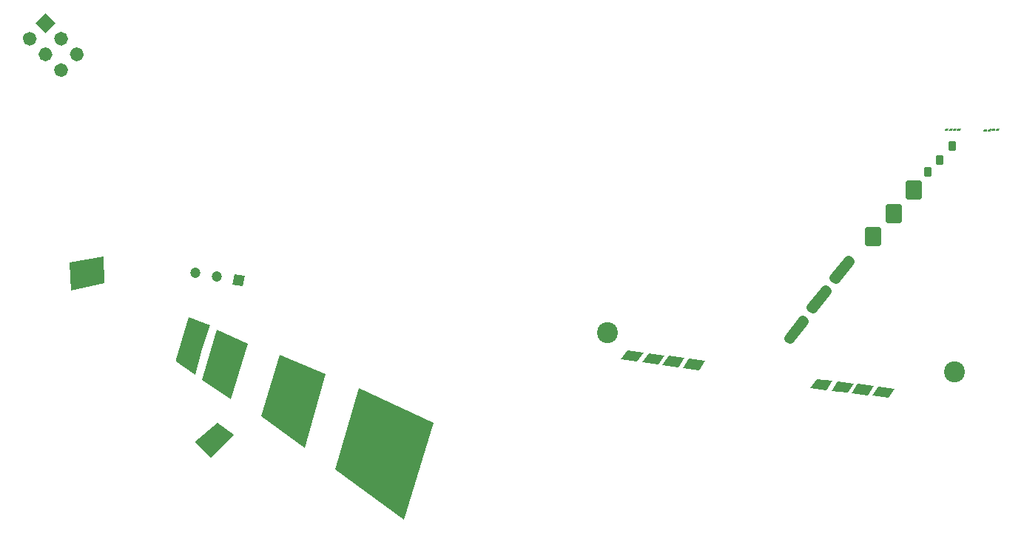
<source format=gts>
%TF.GenerationSoftware,KiCad,Pcbnew,5.1.10-88a1d61d58~88~ubuntu20.04.1*%
%TF.CreationDate,2021-05-07T16:03:34-04:00*%
%TF.ProjectId,avBadge_2021,61764261-6467-4655-9f32-3032312e6b69,rev?*%
%TF.SameCoordinates,Original*%
%TF.FileFunction,Soldermask,Top*%
%TF.FilePolarity,Negative*%
%FSLAX46Y46*%
G04 Gerber Fmt 4.6, Leading zero omitted, Abs format (unit mm)*
G04 Created by KiCad (PCBNEW 5.1.10-88a1d61d58~88~ubuntu20.04.1) date 2021-05-07 16:03:34*
%MOMM*%
%LPD*%
G01*
G04 APERTURE LIST*
%ADD10C,0.100000*%
%ADD11C,1.000125*%
%ADD12C,0.693780*%
%ADD13C,0.322641*%
%ADD14C,1.524000*%
%ADD15C,1.200000*%
%ADD16C,2.400000*%
G04 APERTURE END LIST*
D10*
%TO.C,S1*%
G36*
X99811332Y-112584802D02*
G01*
X103652479Y-111866773D01*
X103741358Y-114941072D01*
X99904657Y-115799553D01*
X99811332Y-112584802D01*
G37*
G36*
X113398612Y-118795102D02*
G01*
X115885357Y-119766506D01*
X114883105Y-122808661D01*
X114144387Y-125437985D01*
X111925506Y-123890278D01*
X111938262Y-123674232D01*
X113398612Y-118795102D01*
G37*
G36*
X116656022Y-120272688D02*
G01*
X120138555Y-121855127D01*
X118198352Y-128183603D01*
X114954981Y-125979873D01*
X116656022Y-120272688D01*
G37*
G36*
X123832128Y-123149701D02*
G01*
X129053976Y-125366695D01*
X126703548Y-133802258D01*
X121735366Y-130211846D01*
X123832128Y-123149701D01*
G37*
G36*
X132866580Y-126980363D02*
G01*
X141419321Y-130938267D01*
X138044502Y-142043274D01*
X130141742Y-136267526D01*
X132866580Y-126980363D01*
G37*
G36*
X116709156Y-130894918D02*
G01*
X118554709Y-132277670D01*
X115957347Y-134903662D01*
X114079647Y-133167162D01*
X116709156Y-130894918D01*
G37*
D11*
G36*
X186276968Y-115696383D02*
G01*
X186462222Y-115843549D01*
X184827445Y-117901421D01*
X184642191Y-117754255D01*
X186276968Y-115696383D01*
G37*
X186276968Y-115696383D02*
X186462222Y-115843549D01*
X184827445Y-117901421D01*
X184642191Y-117754255D01*
X186276968Y-115696383D01*
G36*
X183686460Y-119184312D02*
G01*
X183871714Y-119331478D01*
X182236937Y-121389349D01*
X182051683Y-121242183D01*
X183686460Y-119184312D01*
G37*
X183686460Y-119184312D02*
X183871714Y-119331478D01*
X182236937Y-121389349D01*
X182051683Y-121242183D01*
X183686460Y-119184312D01*
G36*
X188907555Y-112321341D02*
G01*
X189092809Y-112468507D01*
X187458032Y-114526379D01*
X187272778Y-114379213D01*
X188907555Y-112321341D01*
G37*
X188907555Y-112321341D02*
X189092809Y-112468507D01*
X187458032Y-114526379D01*
X187272778Y-114379213D01*
X188907555Y-112321341D01*
D12*
G36*
X192325442Y-108818223D02*
G01*
X192325442Y-110354139D01*
X191153998Y-110354139D01*
X191153998Y-108818223D01*
X192325442Y-108818223D01*
G37*
X192325442Y-108818223D02*
X192325442Y-110354139D01*
X191153998Y-110354139D01*
X191153998Y-108818223D01*
X192325442Y-108818223D01*
G36*
X194666586Y-106203164D02*
G01*
X194666586Y-107739079D01*
X193495142Y-107739079D01*
X193495142Y-106203164D01*
X194666586Y-106203164D01*
G37*
X194666586Y-106203164D02*
X194666586Y-107739079D01*
X193495142Y-107739079D01*
X193495142Y-106203164D01*
X194666586Y-106203164D01*
D13*
G36*
X198217095Y-101810145D02*
G01*
X198217095Y-102560789D01*
X197724077Y-102560789D01*
X197724077Y-101810145D01*
X198217095Y-101810145D01*
G37*
X198217095Y-101810145D02*
X198217095Y-102560789D01*
X197724077Y-102560789D01*
X197724077Y-101810145D01*
X198217095Y-101810145D01*
D12*
G36*
X196935527Y-103460963D02*
G01*
X196935527Y-104996879D01*
X195764083Y-104996879D01*
X195764083Y-103460963D01*
X196935527Y-103460963D01*
G37*
X196935527Y-103460963D02*
X196935527Y-104996879D01*
X195764083Y-104996879D01*
X195764083Y-103460963D01*
X196935527Y-103460963D01*
D13*
G36*
X201053925Y-98837105D02*
G01*
X201053925Y-99587749D01*
X200560907Y-99587749D01*
X200560907Y-98837105D01*
X201053925Y-98837105D01*
G37*
X201053925Y-98837105D02*
X201053925Y-99587749D01*
X200560907Y-99587749D01*
X200560907Y-98837105D01*
X201053925Y-98837105D01*
G36*
X199614831Y-100429357D02*
G01*
X199614831Y-101180001D01*
X199121814Y-101180001D01*
X199121814Y-100429357D01*
X199614831Y-100429357D01*
G37*
X199614831Y-100429357D02*
X199614831Y-101180001D01*
X199121814Y-101180001D01*
X199121814Y-100429357D01*
X199614831Y-100429357D01*
D10*
G36*
X166027921Y-122947573D02*
G01*
X167862501Y-123204891D01*
X167137107Y-124250671D01*
X165302528Y-123993354D01*
X166027921Y-122947573D01*
G37*
G36*
X163608380Y-122602137D02*
G01*
X165442960Y-122859455D01*
X164717567Y-123905236D01*
X162882987Y-123647918D01*
X163608380Y-122602137D01*
G37*
G36*
X168330488Y-123259950D02*
G01*
X170165064Y-123517267D01*
X169439670Y-124563048D01*
X167605095Y-124305731D01*
X168330488Y-123259950D01*
G37*
G36*
X170676542Y-123598164D02*
G01*
X172511122Y-123855481D01*
X171785728Y-124901262D01*
X169951148Y-124643945D01*
X170676542Y-123598164D01*
G37*
G36*
X187671861Y-126203272D02*
G01*
X189510593Y-126429015D01*
X188803283Y-127487111D01*
X186964551Y-127261367D01*
X187671861Y-126203272D01*
G37*
G36*
X185246740Y-125899478D02*
G01*
X187085472Y-126125221D01*
X186378162Y-127183317D01*
X184539430Y-126957573D01*
X185246740Y-125899478D01*
G37*
G36*
X189979458Y-126476022D02*
G01*
X191818185Y-126701766D01*
X191110875Y-127759861D01*
X189272148Y-127534118D01*
X189979458Y-126476022D01*
G37*
G36*
X192330978Y-126773858D02*
G01*
X194169710Y-126999602D01*
X193462400Y-128057697D01*
X191623668Y-127831954D01*
X192330978Y-126773858D01*
G37*
G36*
X204914954Y-97295703D02*
G01*
X205276561Y-97274530D01*
X205196064Y-97536598D01*
X204834457Y-97557770D01*
X204914954Y-97295703D01*
G37*
G36*
X204437718Y-97322284D02*
G01*
X204799324Y-97301111D01*
X204718827Y-97563179D01*
X204357221Y-97584351D01*
X204437718Y-97322284D01*
G37*
G36*
X205368228Y-97266791D02*
G01*
X205729833Y-97245618D01*
X205649336Y-97507686D01*
X205287731Y-97528858D01*
X205368228Y-97266791D01*
G37*
G36*
X205831147Y-97241740D02*
G01*
X206192754Y-97220568D01*
X206112257Y-97482635D01*
X205750650Y-97503807D01*
X205831147Y-97241740D01*
G37*
G36*
X200493426Y-97269069D02*
G01*
X200855649Y-97267690D01*
X200760951Y-97524966D01*
X200398728Y-97526346D01*
X200493426Y-97269069D01*
G37*
G36*
X200015450Y-97269530D02*
G01*
X200377673Y-97268151D01*
X200282975Y-97525427D01*
X199920752Y-97526807D01*
X200015450Y-97269530D01*
G37*
G36*
X200947602Y-97264971D02*
G01*
X201309825Y-97263591D01*
X201215126Y-97520868D01*
X200852904Y-97522248D01*
X200947602Y-97264971D01*
G37*
G36*
X201411199Y-97265256D02*
G01*
X201773422Y-97263876D01*
X201678724Y-97521153D01*
X201316501Y-97522532D01*
X201411199Y-97265256D01*
G37*
%TD*%
D14*
%TO.C,S1*%
X125128020Y-128120140D03*
X117350540Y-124231400D03*
X113682780Y-122092720D03*
X116301520Y-132816600D03*
X101650800Y-114018060D03*
%TD*%
D15*
%TO.C,P1*%
X114130308Y-113711614D03*
X116631720Y-114152680D03*
D10*
G36*
X118438058Y-115080442D02*
G01*
X118646436Y-113898672D01*
X119828206Y-114107050D01*
X119619828Y-115288820D01*
X118438058Y-115080442D01*
G37*
%TD*%
D16*
%TO.C,D3*%
X201051160Y-125079760D03*
%TD*%
%TO.C,D5*%
X161300160Y-120573800D03*
%TD*%
%TO.C,J1*%
G36*
G01*
X100044258Y-89303125D02*
X100044258Y-89303125D01*
G75*
G02*
X100044258Y-88171755I565685J565685D01*
G01*
X100044258Y-88171755D01*
G75*
G02*
X101175628Y-88171755I565685J-565685D01*
G01*
X101175628Y-88171755D01*
G75*
G02*
X101175628Y-89303125I-565685J-565685D01*
G01*
X101175628Y-89303125D01*
G75*
G02*
X100044258Y-89303125I-565685J565685D01*
G01*
G37*
G36*
G01*
X98248206Y-91099176D02*
X98248206Y-91099176D01*
G75*
G02*
X98248206Y-89967806I565685J565685D01*
G01*
X98248206Y-89967806D01*
G75*
G02*
X99379576Y-89967806I565685J-565685D01*
G01*
X99379576Y-89967806D01*
G75*
G02*
X99379576Y-91099176I-565685J-565685D01*
G01*
X99379576Y-91099176D01*
G75*
G02*
X98248206Y-91099176I-565685J565685D01*
G01*
G37*
G36*
G01*
X98248206Y-87507074D02*
X98248206Y-87507074D01*
G75*
G02*
X98248206Y-86375704I565685J565685D01*
G01*
X98248206Y-86375704D01*
G75*
G02*
X99379576Y-86375704I565685J-565685D01*
G01*
X99379576Y-86375704D01*
G75*
G02*
X99379576Y-87507074I-565685J-565685D01*
G01*
X99379576Y-87507074D01*
G75*
G02*
X98248206Y-87507074I-565685J565685D01*
G01*
G37*
G36*
G01*
X96452155Y-89303125D02*
X96452155Y-89303125D01*
G75*
G02*
X96452155Y-88171755I565685J565685D01*
G01*
X96452155Y-88171755D01*
G75*
G02*
X97583525Y-88171755I565685J-565685D01*
G01*
X97583525Y-88171755D01*
G75*
G02*
X97583525Y-89303125I-565685J-565685D01*
G01*
X97583525Y-89303125D01*
G75*
G02*
X96452155Y-89303125I-565685J565685D01*
G01*
G37*
D10*
G36*
X97017840Y-86276709D02*
G01*
X95886469Y-85145338D01*
X97017840Y-84013967D01*
X98149211Y-85145338D01*
X97017840Y-86276709D01*
G37*
G36*
G01*
X94656104Y-87507074D02*
X94656104Y-87507074D01*
G75*
G02*
X94656104Y-86375704I565685J565685D01*
G01*
X94656104Y-86375704D01*
G75*
G02*
X95787474Y-86375704I565685J-565685D01*
G01*
X95787474Y-86375704D01*
G75*
G02*
X95787474Y-87507074I-565685J-565685D01*
G01*
X95787474Y-87507074D01*
G75*
G02*
X94656104Y-87507074I-565685J565685D01*
G01*
G37*
%TD*%
M02*

</source>
